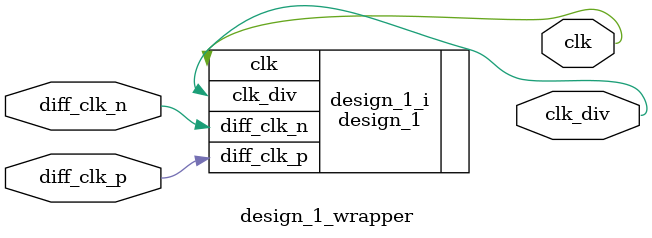
<source format=v>
`timescale 1 ps / 1 ps

module design_1_wrapper
   (clk,
    clk_div,
    diff_clk_n,
    diff_clk_p);
  output [0:0]clk;
  output [0:0]clk_div;
  input [0:0]diff_clk_n;
  input [0:0]diff_clk_p;

  wire [0:0]clk;
  wire [0:0]clk_div;
  wire [0:0]diff_clk_n;
  wire [0:0]diff_clk_p;

  design_1 design_1_i
       (.clk(clk),
        .clk_div(clk_div),
        .diff_clk_n(diff_clk_n),
        .diff_clk_p(diff_clk_p));
endmodule

</source>
